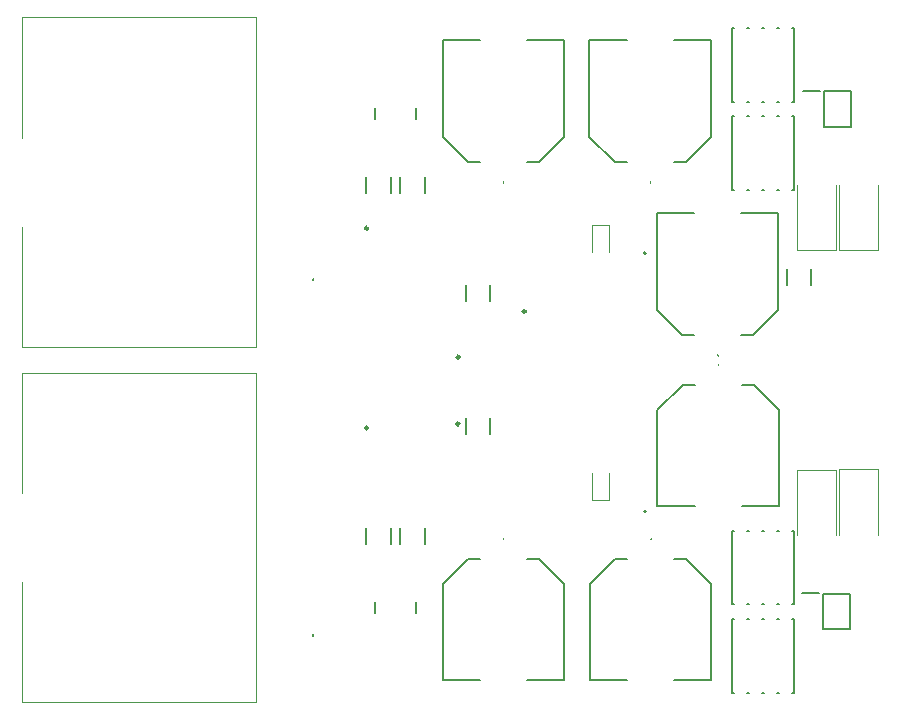
<source format=gbr>
%TF.GenerationSoftware,KiCad,Pcbnew,7.0.7*%
%TF.CreationDate,2024-04-03T12:27:14+02:00*%
%TF.ProjectId,SMPS_legged_robot_module,534d5053-5f6c-4656-9767-65645f726f62,1.0*%
%TF.SameCoordinates,Original*%
%TF.FileFunction,Legend,Top*%
%TF.FilePolarity,Positive*%
%FSLAX46Y46*%
G04 Gerber Fmt 4.6, Leading zero omitted, Abs format (unit mm)*
G04 Created by KiCad (PCBNEW 7.0.7) date 2024-04-03 12:27:14*
%MOMM*%
%LPD*%
G01*
G04 APERTURE LIST*
%ADD10C,0.200000*%
%ADD11C,0.120000*%
%ADD12C,0.152400*%
%ADD13C,0.250000*%
%ADD14C,0.100000*%
%ADD15C,0.150000*%
%ADD16C,0.127000*%
%ADD17C,0.249999*%
G04 APERTURE END LIST*
%TO.C,Q708*%
D10*
X164925000Y-69175000D02*
G75*
G03*
X164925000Y-69175000I-100000J0D01*
G01*
%TO.C,Q707*%
X164950000Y-91025000D02*
G75*
G03*
X164950000Y-91025000I-100000J0D01*
G01*
D11*
%TO.C,D702*%
X160340000Y-66815000D02*
X160340000Y-69100000D01*
X161810000Y-66815000D02*
X160340000Y-66815000D01*
X161810000Y-69100000D02*
X161810000Y-66815000D01*
%TO.C,D701*%
X161810000Y-90035000D02*
X161810000Y-87750000D01*
X160340000Y-90035000D02*
X161810000Y-90035000D01*
X160340000Y-87750000D02*
X160340000Y-90035000D01*
D12*
%TO.C,Q604*%
X177483900Y-100132500D02*
X177308640Y-100132500D01*
X176211360Y-100132500D02*
X176038640Y-100132500D01*
X174941360Y-100132500D02*
X174768640Y-100132500D01*
X173671360Y-100132500D02*
X173498640Y-100132500D01*
X172401360Y-100132500D02*
X172226100Y-100132500D01*
X172226100Y-100132500D02*
X172226100Y-106380900D01*
X177483900Y-106380900D02*
X177483900Y-100132500D01*
X177308640Y-106380900D02*
X177483900Y-106380900D01*
X176038640Y-106380900D02*
X176211360Y-106380900D01*
X174768640Y-106380900D02*
X174941360Y-106380900D01*
X173498640Y-106380900D02*
X173671360Y-106380900D01*
X172226100Y-106380900D02*
X172401360Y-106380900D01*
%TO.C,Q603*%
X172246100Y-98907500D02*
X172421360Y-98907500D01*
X173518640Y-98907500D02*
X173691360Y-98907500D01*
X174788640Y-98907500D02*
X174961360Y-98907500D01*
X176058640Y-98907500D02*
X176231360Y-98907500D01*
X177328640Y-98907500D02*
X177503900Y-98907500D01*
X177503900Y-98907500D02*
X177503900Y-92659100D01*
X172246100Y-92659100D02*
X172246100Y-98907500D01*
X172421360Y-92659100D02*
X172246100Y-92659100D01*
X173691360Y-92659100D02*
X173518640Y-92659100D01*
X174961360Y-92659100D02*
X174788640Y-92659100D01*
X176231360Y-92659100D02*
X176058640Y-92659100D01*
X177503900Y-92659100D02*
X177328640Y-92659100D01*
%TO.C,Q602*%
X172226100Y-56340900D02*
X172401360Y-56340900D01*
X173498640Y-56340900D02*
X173671360Y-56340900D01*
X174768640Y-56340900D02*
X174941360Y-56340900D01*
X176038640Y-56340900D02*
X176211360Y-56340900D01*
X177308640Y-56340900D02*
X177483900Y-56340900D01*
X177483900Y-56340900D02*
X177483900Y-50092500D01*
X172226100Y-50092500D02*
X172226100Y-56340900D01*
X172401360Y-50092500D02*
X172226100Y-50092500D01*
X173671360Y-50092500D02*
X173498640Y-50092500D01*
X174941360Y-50092500D02*
X174768640Y-50092500D01*
X176211360Y-50092500D02*
X176038640Y-50092500D01*
X177483900Y-50092500D02*
X177308640Y-50092500D01*
%TO.C,Q601*%
X177463900Y-57572500D02*
X177288640Y-57572500D01*
X176191360Y-57572500D02*
X176018640Y-57572500D01*
X174921360Y-57572500D02*
X174748640Y-57572500D01*
X173651360Y-57572500D02*
X173478640Y-57572500D01*
X172381360Y-57572500D02*
X172206100Y-57572500D01*
X172206100Y-57572500D02*
X172206100Y-63820900D01*
X177463900Y-63820900D02*
X177463900Y-57572500D01*
X177288640Y-63820900D02*
X177463900Y-63820900D01*
X176018640Y-63820900D02*
X176191360Y-63820900D01*
X174748640Y-63820900D02*
X174921360Y-63820900D01*
X173478640Y-63820900D02*
X173651360Y-63820900D01*
X172206100Y-63820900D02*
X172381360Y-63820900D01*
D10*
%TO.C,IC601*%
X178205000Y-55410000D02*
X179630000Y-55410000D01*
X179980000Y-55460000D02*
X182280000Y-55460000D01*
X179980000Y-58460000D02*
X179980000Y-55460000D01*
X182280000Y-55460000D02*
X182280000Y-58460000D01*
X182280000Y-58460000D02*
X179980000Y-58460000D01*
%TO.C,IC602*%
X178125000Y-97962300D02*
X179550000Y-97962300D01*
X179900000Y-98012300D02*
X182200000Y-98012300D01*
X179900000Y-101012300D02*
X179900000Y-98012300D01*
X182200000Y-98012300D02*
X182200000Y-101012300D01*
X182200000Y-101012300D02*
X179900000Y-101012300D01*
D13*
%TO.C,IC701*%
X154750000Y-74100000D02*
G75*
G03*
X154750000Y-74100000I-125000J0D01*
G01*
D11*
%TO.C,D606*%
X181310000Y-87480000D02*
X181310000Y-92990000D01*
X184610000Y-87480000D02*
X181310000Y-87480000D01*
X184610000Y-87480000D02*
X184610000Y-92990000D01*
%TO.C,D605*%
X177750000Y-87490000D02*
X177750000Y-93000000D01*
X181050000Y-87490000D02*
X177750000Y-87490000D01*
X181050000Y-87490000D02*
X181050000Y-93000000D01*
%TO.C,D604*%
X184540000Y-68900000D02*
X184540000Y-63390000D01*
X181240000Y-68900000D02*
X184540000Y-68900000D01*
X181240000Y-68900000D02*
X181240000Y-63390000D01*
%TO.C,D603*%
X181040000Y-68900000D02*
X181040000Y-63390000D01*
X177740000Y-68900000D02*
X181040000Y-68900000D01*
X177740000Y-68900000D02*
X177740000Y-63390000D01*
D10*
%TO.C,C905*%
X176200000Y-90600000D02*
X176200000Y-82450000D01*
X176200000Y-82450000D02*
X174050000Y-80300000D01*
X174050000Y-80300000D02*
X173050000Y-80300000D01*
X173050000Y-90600000D02*
X176200000Y-90600000D01*
D14*
X171050000Y-78650000D02*
X171050000Y-78650000D01*
X171050000Y-78550000D02*
X171050000Y-78550000D01*
D10*
X169050000Y-90600000D02*
X165900000Y-90600000D01*
X168050000Y-80300000D02*
X169050000Y-80300000D01*
X165900000Y-90600000D02*
X165900000Y-82450000D01*
X165900000Y-82450000D02*
X168050000Y-80300000D01*
D14*
X171050000Y-78550000D02*
G75*
G03*
X171050000Y-78650000I0J-50000D01*
G01*
X171050000Y-78650000D02*
G75*
G03*
X171050000Y-78550000I0J50000D01*
G01*
D10*
%TO.C,C904*%
X165850000Y-65800000D02*
X165850000Y-73950000D01*
X165850000Y-73950000D02*
X168000000Y-76100000D01*
X168000000Y-76100000D02*
X169000000Y-76100000D01*
X169000000Y-65800000D02*
X165850000Y-65800000D01*
D14*
X171000000Y-77750000D02*
X171000000Y-77750000D01*
X171000000Y-77850000D02*
X171000000Y-77850000D01*
D10*
X173000000Y-65800000D02*
X176150000Y-65800000D01*
X174000000Y-76100000D02*
X173000000Y-76100000D01*
X176150000Y-65800000D02*
X176150000Y-73950000D01*
X176150000Y-73950000D02*
X174000000Y-76100000D01*
D14*
X171000000Y-77850000D02*
G75*
G03*
X171000000Y-77750000I0J50000D01*
G01*
X171000000Y-77750000D02*
G75*
G03*
X171000000Y-77850000I0J-50000D01*
G01*
D15*
%TO.C,C901*%
X176854000Y-71821000D02*
X176854000Y-70479000D01*
X178946000Y-71821000D02*
X178946000Y-70479000D01*
X176854000Y-70479000D02*
X176854000Y-71821000D01*
X178946000Y-70479000D02*
X178946000Y-71821000D01*
%TO.C,C706*%
X146186000Y-62690000D02*
X146186000Y-64032000D01*
X144094000Y-62690000D02*
X144094000Y-64032000D01*
X146186000Y-64032000D02*
X146186000Y-62690000D01*
X144094000Y-64032000D02*
X144094000Y-62690000D01*
D14*
%TO.C,L702*%
X112110000Y-107190000D02*
X112110000Y-107190000D01*
X112110000Y-107190000D02*
X112110000Y-107190000D01*
X112110000Y-107190000D02*
X131910000Y-107190000D01*
X112110000Y-107190000D02*
X112110000Y-96990000D01*
X131910000Y-107190000D02*
X112110000Y-107190000D01*
X131910000Y-107190000D02*
X131910000Y-107190000D01*
X131910000Y-107190000D02*
X131910000Y-107190000D01*
X131910000Y-107190000D02*
X131910000Y-79290000D01*
D10*
X136760000Y-101540000D02*
X136760000Y-101540000D01*
X136760000Y-101540000D02*
X136760000Y-101540000D01*
X136760000Y-101440000D02*
X136760000Y-101440000D01*
D14*
X112110000Y-96990000D02*
X112110000Y-107190000D01*
X112110000Y-96990000D02*
X112110000Y-96990000D01*
X112110000Y-89490000D02*
X112110000Y-89490000D01*
X112110000Y-89490000D02*
X112110000Y-79290000D01*
X112110000Y-79290000D02*
X112110000Y-89490000D01*
X112110000Y-79290000D02*
X112110000Y-79290000D01*
X112110000Y-79290000D02*
X112110000Y-79290000D01*
X112110000Y-79290000D02*
X131910000Y-79290000D01*
X131910000Y-79290000D02*
X131910000Y-107190000D01*
X131910000Y-79290000D02*
X112110000Y-79290000D01*
X131910000Y-79290000D02*
X131910000Y-79290000D01*
X131910000Y-79290000D02*
X131910000Y-79290000D01*
D10*
X136760000Y-101440000D02*
G75*
G03*
X136760000Y-101540000I0J-50000D01*
G01*
X136760000Y-101540000D02*
G75*
G03*
X136760000Y-101440000I0J50000D01*
G01*
X136760000Y-101540000D02*
G75*
G03*
X136760000Y-101440000I0J50000D01*
G01*
%TO.C,C730*%
X158020000Y-105340000D02*
X158020000Y-97190000D01*
X158020000Y-97190000D02*
X155870000Y-95040000D01*
X155870000Y-95040000D02*
X154870000Y-95040000D01*
X154870000Y-105340000D02*
X158020000Y-105340000D01*
D14*
X152870000Y-93390000D02*
X152870000Y-93390000D01*
X152870000Y-93290000D02*
X152870000Y-93290000D01*
D10*
X150870000Y-105340000D02*
X147720000Y-105340000D01*
X149870000Y-95040000D02*
X150870000Y-95040000D01*
X147720000Y-105340000D02*
X147720000Y-97190000D01*
X147720000Y-97190000D02*
X149870000Y-95040000D01*
D14*
X152870000Y-93290000D02*
G75*
G03*
X152870000Y-93390000I0J-50000D01*
G01*
X152870000Y-93390000D02*
G75*
G03*
X152870000Y-93290000I0J50000D01*
G01*
D16*
%TO.C,R717*%
X145430000Y-56890000D02*
X145430000Y-57810000D01*
X141970000Y-56890000D02*
X141970000Y-57810000D01*
D15*
%TO.C,C707*%
X143326000Y-62690000D02*
X143326000Y-64032000D01*
X141234000Y-62690000D02*
X141234000Y-64032000D01*
X143326000Y-64032000D02*
X143326000Y-62690000D01*
X141234000Y-64032000D02*
X141234000Y-62690000D01*
D17*
%TO.C,Q701*%
X141407001Y-67054998D02*
G75*
G03*
X141407001Y-67054998I-125001J0D01*
G01*
%TO.C,Q706*%
X149136502Y-83610001D02*
G75*
G03*
X149136502Y-83610001I-125001J0D01*
G01*
D15*
%TO.C,C732*%
X141234000Y-93801000D02*
X141234000Y-92459000D01*
X143326000Y-93801000D02*
X143326000Y-92459000D01*
X141234000Y-92459000D02*
X141234000Y-93801000D01*
X143326000Y-92459000D02*
X143326000Y-93801000D01*
%TO.C,C714*%
X151766000Y-71839000D02*
X151766000Y-73181000D01*
X149674000Y-71839000D02*
X149674000Y-73181000D01*
X151766000Y-73181000D02*
X151766000Y-71839000D01*
X149674000Y-73181000D02*
X149674000Y-71839000D01*
%TO.C,C701*%
X149674000Y-84451000D02*
X149674000Y-83109000D01*
X151766000Y-84451000D02*
X151766000Y-83109000D01*
X149674000Y-83109000D02*
X149674000Y-84451000D01*
X151766000Y-83109000D02*
X151766000Y-84451000D01*
D14*
%TO.C,L701*%
X112110000Y-77110000D02*
X112110000Y-77110000D01*
X112110000Y-77110000D02*
X112110000Y-77110000D01*
X112110000Y-77110000D02*
X131910000Y-77110000D01*
X112110000Y-77110000D02*
X112110000Y-66910000D01*
X131910000Y-77110000D02*
X112110000Y-77110000D01*
X131910000Y-77110000D02*
X131910000Y-77110000D01*
X131910000Y-77110000D02*
X131910000Y-77110000D01*
X131910000Y-77110000D02*
X131910000Y-49210000D01*
D10*
X136760000Y-71460000D02*
X136760000Y-71460000D01*
X136760000Y-71460000D02*
X136760000Y-71460000D01*
X136760000Y-71360000D02*
X136760000Y-71360000D01*
D14*
X112110000Y-66910000D02*
X112110000Y-77110000D01*
X112110000Y-66910000D02*
X112110000Y-66910000D01*
X112110000Y-59410000D02*
X112110000Y-59410000D01*
X112110000Y-59410000D02*
X112110000Y-49210000D01*
X112110000Y-49210000D02*
X112110000Y-59410000D01*
X112110000Y-49210000D02*
X112110000Y-49210000D01*
X112110000Y-49210000D02*
X112110000Y-49210000D01*
X112110000Y-49210000D02*
X131910000Y-49210000D01*
X131910000Y-49210000D02*
X131910000Y-77110000D01*
X131910000Y-49210000D02*
X112110000Y-49210000D01*
X131910000Y-49210000D02*
X131910000Y-49210000D01*
X131910000Y-49210000D02*
X131910000Y-49210000D01*
D10*
X136760000Y-71360000D02*
G75*
G03*
X136760000Y-71460000I0J-50000D01*
G01*
X136760000Y-71460000D02*
G75*
G03*
X136760000Y-71360000I0J50000D01*
G01*
X136760000Y-71460000D02*
G75*
G03*
X136760000Y-71360000I0J50000D01*
G01*
D14*
%TO.C,C704*%
X152870000Y-63110000D02*
G75*
G03*
X152870000Y-63210000I0J-50000D01*
G01*
X152870000Y-63210000D02*
G75*
G03*
X152870000Y-63110000I0J50000D01*
G01*
D10*
X158020000Y-59310000D02*
X155870000Y-61460000D01*
X158020000Y-51160000D02*
X158020000Y-59310000D01*
X155870000Y-61460000D02*
X154870000Y-61460000D01*
X154870000Y-51160000D02*
X158020000Y-51160000D01*
D14*
X152870000Y-63210000D02*
X152870000Y-63210000D01*
X152870000Y-63110000D02*
X152870000Y-63110000D01*
D10*
X150870000Y-51160000D02*
X147720000Y-51160000D01*
X149870000Y-61460000D02*
X150870000Y-61460000D01*
X147720000Y-59310000D02*
X149870000Y-61460000D01*
X147720000Y-51160000D02*
X147720000Y-59310000D01*
%TO.C,C729*%
X170480000Y-105330000D02*
X170480000Y-97180000D01*
X170480000Y-97180000D02*
X168330000Y-95030000D01*
X168330000Y-95030000D02*
X167330000Y-95030000D01*
X167330000Y-105330000D02*
X170480000Y-105330000D01*
D14*
X165330000Y-93380000D02*
X165330000Y-93380000D01*
X165330000Y-93280000D02*
X165330000Y-93280000D01*
D10*
X163330000Y-105330000D02*
X160180000Y-105330000D01*
X162330000Y-95030000D02*
X163330000Y-95030000D01*
X160180000Y-105330000D02*
X160180000Y-97180000D01*
X160180000Y-97180000D02*
X162330000Y-95030000D01*
D14*
X165330000Y-93280000D02*
G75*
G03*
X165330000Y-93380000I0J-50000D01*
G01*
X165330000Y-93380000D02*
G75*
G03*
X165330000Y-93280000I0J50000D01*
G01*
D17*
%TO.C,Q705*%
X141407001Y-83954998D02*
G75*
G03*
X141407001Y-83954998I-125001J0D01*
G01*
D10*
%TO.C,C705*%
X160140000Y-51150000D02*
X160140000Y-59300000D01*
X160140000Y-59300000D02*
X162290000Y-61450000D01*
X162290000Y-61450000D02*
X163290000Y-61450000D01*
X163290000Y-51150000D02*
X160140000Y-51150000D01*
D14*
X165290000Y-63100000D02*
X165290000Y-63100000D01*
X165290000Y-63200000D02*
X165290000Y-63200000D01*
D10*
X167290000Y-51150000D02*
X170440000Y-51150000D01*
X168290000Y-61450000D02*
X167290000Y-61450000D01*
X170440000Y-51150000D02*
X170440000Y-59300000D01*
X170440000Y-59300000D02*
X168290000Y-61450000D01*
D14*
X165290000Y-63200000D02*
G75*
G03*
X165290000Y-63100000I0J50000D01*
G01*
X165290000Y-63100000D02*
G75*
G03*
X165290000Y-63200000I0J-50000D01*
G01*
D15*
%TO.C,C731*%
X144094000Y-93801000D02*
X144094000Y-92459000D01*
X146186000Y-93801000D02*
X146186000Y-92459000D01*
X144094000Y-92459000D02*
X144094000Y-93801000D01*
X146186000Y-92459000D02*
X146186000Y-93801000D01*
D17*
%TO.C,Q702*%
X149153003Y-77955000D02*
G75*
G03*
X149153003Y-77955000I-125001J0D01*
G01*
D16*
%TO.C,R729*%
X141980000Y-99620000D02*
X141980000Y-98700000D01*
X145440000Y-99620000D02*
X145440000Y-98700000D01*
%TD*%
M02*

</source>
